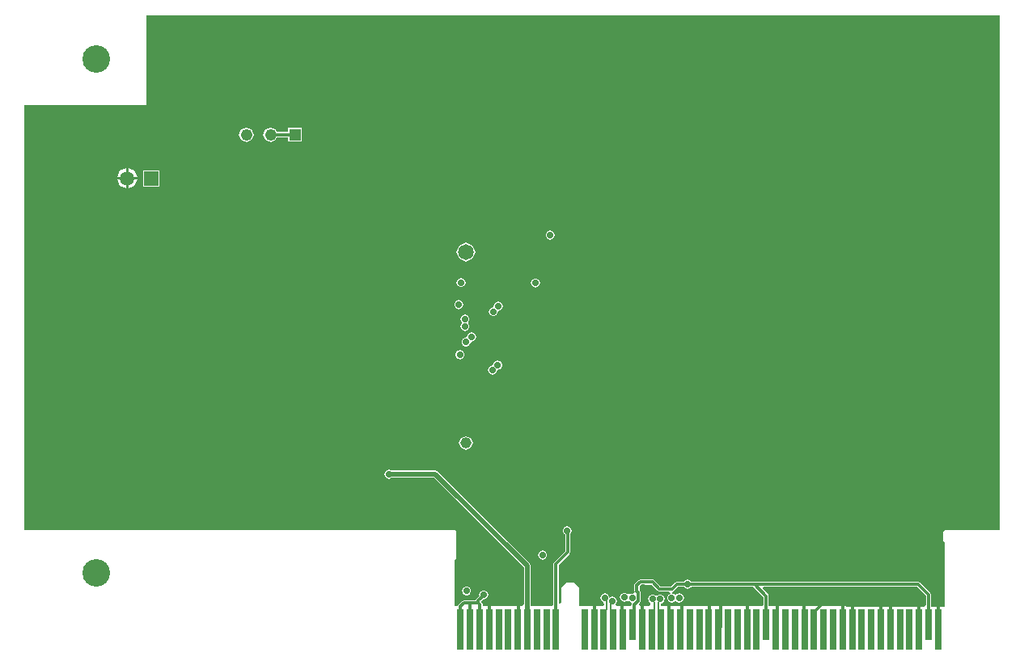
<source format=gtl>
G04*
G04 #@! TF.GenerationSoftware,Altium Limited,Altium Designer,20.0.13 (296)*
G04*
G04 Layer_Physical_Order=1*
G04 Layer_Color=255*
%FSLAX44Y44*%
%MOMM*%
G71*
G01*
G75*
%ADD10C,0.2000*%
%ADD13R,0.7000X4.2000*%
%ADD14R,0.7000X3.2000*%
%ADD15C,1.6500*%
%ADD16C,1.1500*%
%ADD17C,1.2180*%
%ADD18R,1.2180X1.2180*%
%ADD19R,1.5000X1.5000*%
%ADD20C,1.5000*%
%ADD21C,2.8800*%
%ADD22C,3.2000*%
%ADD23C,0.3000*%
%ADD24C,0.5000*%
%ADD25C,0.7000*%
G36*
X663017Y75127D02*
X664930Y74334D01*
X674050D01*
X675948Y72880D01*
X675948Y72880D01*
X675948D01*
X676156Y71834D01*
X676037Y71785D01*
X674056Y70964D01*
X672629Y67520D01*
X674056Y64076D01*
X677500Y62649D01*
X679583Y63512D01*
X681500Y63949D01*
X683417Y63512D01*
X685500Y62649D01*
X688944Y64076D01*
X690371Y67520D01*
X688944Y70964D01*
X685500Y72391D01*
X683417Y71528D01*
X681500Y71091D01*
X679583Y71528D01*
X678536Y71962D01*
X678385Y72024D01*
X678468Y73023D01*
X679602Y75053D01*
X679780Y75127D01*
X683937Y79284D01*
X690710D01*
X691016Y78546D01*
X694460Y77119D01*
X697904Y78546D01*
X698210Y79284D01*
X763139D01*
X773794Y68629D01*
Y60548D01*
X772026Y58780D01*
X665935Y58783D01*
Y61728D01*
X668924Y62966D01*
X670351Y66410D01*
X668924Y69854D01*
X665480Y71281D01*
X662036Y69854D01*
X660924Y69854D01*
X657480Y71281D01*
X654036Y69854D01*
X652609Y66410D01*
X654036Y62966D01*
X655053Y62545D01*
X655490Y61088D01*
X653737Y58783D01*
X644145Y58783D01*
X643110Y61283D01*
X644213Y62387D01*
X645006Y64300D01*
Y73733D01*
X644213Y75646D01*
X643896Y75964D01*
Y79694D01*
X645826Y81624D01*
X656520D01*
X663017Y75127D01*
D02*
G37*
G36*
X943794Y70069D02*
Y60545D01*
X942026Y58777D01*
X779206Y58780D01*
Y69750D01*
X778413Y71663D01*
X773102Y76974D01*
X774059Y79284D01*
X934579D01*
X943794Y70069D01*
D02*
G37*
G36*
X1020588Y138582D02*
X963000D01*
X962235Y138265D01*
X961918Y137500D01*
Y127500D01*
X962235Y126735D01*
X963000Y126418D01*
X963010Y126408D01*
X963000Y58777D01*
X949206Y58777D01*
Y71190D01*
X948413Y73103D01*
X937613Y83903D01*
X935700Y84696D01*
X698210D01*
X697904Y85434D01*
X694460Y86861D01*
X691016Y85434D01*
X690710Y84696D01*
X682816D01*
X680903Y83903D01*
X676745Y79746D01*
X666051D01*
X659554Y86243D01*
X657640Y87036D01*
X644705D01*
X642791Y86243D01*
X639277Y82729D01*
X638484Y80815D01*
Y74843D01*
X638817Y74040D01*
X636903Y72126D01*
X636213Y72412D01*
X634372Y71649D01*
X631651Y71686D01*
X628207Y73113D01*
X624763Y71686D01*
X623336Y68242D01*
X624763Y64798D01*
X628207Y63371D01*
X630048Y64134D01*
X632769Y64097D01*
X634489Y63385D01*
X635544Y62896D01*
X635592Y60655D01*
X633747Y58783D01*
X620122Y58783D01*
X619015Y61283D01*
X620201Y64146D01*
X618774Y67590D01*
X615330Y69017D01*
X612314Y67768D01*
X610944Y71074D01*
X607500Y72501D01*
X604056Y71074D01*
X602629Y67630D01*
X604056Y64186D01*
X606050Y63360D01*
X606525Y60660D01*
X604967Y58784D01*
X581090Y58784D01*
X581090Y78390D01*
X575510Y83970D01*
X567450Y83970D01*
X561890Y78410D01*
X561890Y62998D01*
X559390Y61328D01*
X559206Y61404D01*
Y102139D01*
X570723Y113657D01*
X571516Y115570D01*
Y134693D01*
X571764Y134796D01*
X573191Y138240D01*
X571764Y141684D01*
X568320Y143111D01*
X564876Y141684D01*
X563449Y138240D01*
X564876Y134796D01*
X566104Y134287D01*
Y116691D01*
X554587Y105173D01*
X553794Y103260D01*
Y60553D01*
X552026Y58785D01*
X530288Y58785D01*
Y101270D01*
X529179Y103949D01*
X529179Y103949D01*
X433069Y200059D01*
X430390Y201168D01*
X430390Y201168D01*
X384123D01*
X381510Y202251D01*
X378066Y200824D01*
X376639Y197380D01*
X378066Y193936D01*
X381510Y192509D01*
X384123Y193592D01*
X428821D01*
X522712Y99701D01*
Y60553D01*
X520944Y58785D01*
X479596Y58786D01*
Y60913D01*
X478803Y62826D01*
X477853Y63777D01*
X480126Y66050D01*
X480610Y65849D01*
X484054Y67276D01*
X485481Y70720D01*
X484054Y74164D01*
X480610Y75591D01*
X477166Y74164D01*
X475739Y70720D01*
X476150Y69728D01*
X473219Y66797D01*
X472631Y65376D01*
X460180D01*
X458267Y64583D01*
X454586Y60903D01*
X453794Y58990D01*
X453591Y58787D01*
X450000Y58787D01*
X450000Y107455D01*
X450209Y107664D01*
X450657Y107849D01*
X450657Y107850D01*
X450974Y107981D01*
X450974Y107981D01*
X451269Y108276D01*
X451269Y108276D01*
X451586Y109041D01*
X451586Y109041D01*
X451586Y109593D01*
X451586Y136948D01*
Y137202D01*
Y137202D01*
X451586Y137600D01*
X451586Y137600D01*
X451504Y137799D01*
Y138014D01*
X451504Y138014D01*
X451427Y138200D01*
X451286Y138341D01*
Y138341D01*
X451285Y138342D01*
X451275Y138352D01*
X451269Y138366D01*
X451269Y138366D01*
X451192Y138551D01*
X451051Y138693D01*
X450852Y138775D01*
X450700Y138927D01*
X450515Y139004D01*
X450514Y139004D01*
X450299Y139004D01*
X450101Y139086D01*
X450100Y139086D01*
X449094Y139086D01*
X0D01*
Y583918D01*
X127000D01*
X127765Y584235D01*
X128082Y585000D01*
Y677918D01*
X1020588D01*
Y138582D01*
D02*
G37*
%LPC*%
G36*
X257700Y560844D02*
X252274Y558596D01*
X250026Y553170D01*
X252274Y547743D01*
X257700Y545496D01*
X263126Y547743D01*
X264253Y550464D01*
X276010D01*
Y546080D01*
X290190D01*
Y560260D01*
X276010D01*
Y555876D01*
X264253D01*
X263126Y558596D01*
X257700Y560844D01*
D02*
G37*
G36*
X232300D02*
X226873Y558596D01*
X224626Y553170D01*
X226873Y547743D01*
X232300Y545496D01*
X237726Y547743D01*
X239974Y553170D01*
X237726Y558596D01*
X232300Y560844D01*
D02*
G37*
G36*
X108940Y517791D02*
Y508720D01*
X118011D01*
X115354Y515134D01*
X108940Y517791D01*
D02*
G37*
G36*
X106400Y517791D02*
X99986Y515134D01*
X97329Y508720D01*
X106400D01*
Y517791D01*
D02*
G37*
G36*
X141570Y515950D02*
X124570D01*
Y498950D01*
X141570D01*
Y515950D01*
D02*
G37*
G36*
X118011Y506180D02*
X108940D01*
Y497109D01*
X115354Y499766D01*
X118011Y506180D01*
D02*
G37*
G36*
X106400D02*
X97329D01*
X99986Y499766D01*
X106400Y497109D01*
Y506180D01*
D02*
G37*
G36*
X550450Y452901D02*
X547006Y451474D01*
X545579Y448030D01*
X547006Y444586D01*
X550450Y443159D01*
X553894Y444586D01*
X555321Y448030D01*
X553894Y451474D01*
X550450Y452901D01*
D02*
G37*
G36*
X462250Y440012D02*
X455170Y437080D01*
X452238Y430000D01*
X455170Y422920D01*
X462250Y419988D01*
X469330Y422920D01*
X472262Y430000D01*
X469330Y437080D01*
X462250Y440012D01*
D02*
G37*
G36*
X456960Y403021D02*
X453516Y401594D01*
X452089Y398150D01*
X453516Y394706D01*
X456960Y393279D01*
X460404Y394706D01*
X461831Y398150D01*
X460404Y401594D01*
X456960Y403021D01*
D02*
G37*
G36*
X534770Y402411D02*
X531326Y400984D01*
X529899Y397540D01*
X531326Y394096D01*
X534770Y392669D01*
X538214Y394096D01*
X539641Y397540D01*
X538214Y400984D01*
X534770Y402411D01*
D02*
G37*
G36*
X454810Y379801D02*
X451366Y378374D01*
X449939Y374930D01*
X451366Y371486D01*
X454810Y370059D01*
X458254Y371486D01*
X459681Y374930D01*
X458254Y378374D01*
X454810Y379801D01*
D02*
G37*
G36*
X496297Y378138D02*
X492853Y376711D01*
X491990Y374628D01*
X490943Y372963D01*
X489279Y371917D01*
X487196Y371054D01*
X485769Y367610D01*
X487196Y364166D01*
X490640Y362739D01*
X494084Y364166D01*
X494947Y366249D01*
X495993Y367914D01*
X497658Y368960D01*
X499741Y369823D01*
X501168Y373267D01*
X499741Y376711D01*
X496297Y378138D01*
D02*
G37*
G36*
X461040Y364971D02*
X457596Y363544D01*
X456169Y360100D01*
X457596Y356656D01*
X457596Y355544D01*
X456169Y352100D01*
X457596Y348656D01*
X461040Y347229D01*
X464484Y348656D01*
X465911Y352100D01*
X464484Y355544D01*
X464484Y356656D01*
X465911Y360100D01*
X464484Y363544D01*
X461040Y364971D01*
D02*
G37*
G36*
X468108Y346189D02*
X464664Y344762D01*
X463801Y342679D01*
X462755Y341015D01*
X461091Y339969D01*
X459007Y339106D01*
X457581Y335662D01*
X459007Y332217D01*
X462451Y330791D01*
X465896Y332217D01*
X466759Y334301D01*
X467805Y335965D01*
X469469Y337011D01*
X471553Y337874D01*
X472979Y341318D01*
X471553Y344762D01*
X468108Y346189D01*
D02*
G37*
G36*
X455830Y327181D02*
X452386Y325754D01*
X450959Y322310D01*
X452386Y318866D01*
X455830Y317439D01*
X459274Y318866D01*
X460701Y322310D01*
X459274Y325754D01*
X455830Y327181D01*
D02*
G37*
G36*
X495547Y316598D02*
X492103Y315171D01*
X491240Y313088D01*
X490193Y311423D01*
X488529Y310377D01*
X486446Y309514D01*
X485019Y306070D01*
X486446Y302626D01*
X489890Y301199D01*
X493334Y302626D01*
X494197Y304709D01*
X495243Y306374D01*
X496908Y307420D01*
X498991Y308283D01*
X500418Y311727D01*
X498991Y315171D01*
X495547Y316598D01*
D02*
G37*
G36*
X462250Y237306D02*
X457084Y235166D01*
X454944Y230000D01*
X457084Y224834D01*
X462250Y222694D01*
X467416Y224834D01*
X469556Y230000D01*
X467416Y235166D01*
X462250Y237306D01*
D02*
G37*
G36*
X542370Y117591D02*
X538926Y116164D01*
X537499Y112720D01*
X538926Y109276D01*
X542370Y107849D01*
X545814Y109276D01*
X547241Y112720D01*
X545814Y116164D01*
X542370Y117591D01*
D02*
G37*
G36*
X462760Y79771D02*
X459316Y78344D01*
X457889Y74900D01*
X459316Y71456D01*
X462760Y70029D01*
X466204Y71456D01*
X467631Y74900D01*
X466204Y78344D01*
X462760Y79771D01*
D02*
G37*
%LPD*%
D10*
X615330Y64146D02*
Y66107D01*
X615500Y66277D01*
X615500Y66277D01*
X607500D02*
Y67630D01*
X609230Y59880D02*
X609230Y59881D01*
X613770Y58000D02*
X613770Y58000D01*
X609230Y56172D02*
Y59880D01*
X613770Y64547D02*
X615500Y66277D01*
X607500D02*
X609230Y64547D01*
X613770Y56172D02*
Y58000D01*
X609230Y59881D02*
Y64547D01*
X613770Y58000D02*
Y64547D01*
X663770Y58000D02*
Y63327D01*
X664000Y37500D02*
Y55942D01*
Y37500D02*
X666500Y35000D01*
X663770Y58000D02*
X663770Y58000D01*
X663770Y56172D02*
X664000Y55942D01*
X663770Y56172D02*
Y58000D01*
X659230Y59881D02*
Y63327D01*
X659230Y56172D02*
Y59880D01*
X659230Y59881D01*
X659000Y55942D02*
X659230Y56172D01*
X659000Y37500D02*
Y55942D01*
X656500Y35000D02*
X659000Y37500D01*
X614000D02*
Y55942D01*
X613770Y56172D02*
X614000Y55942D01*
X609000Y55942D02*
X609230Y56172D01*
X609000Y37500D02*
Y55942D01*
X606500Y35000D02*
X609000Y37500D01*
X614000D02*
X616500Y35000D01*
D13*
X736500D02*
D03*
X716500D02*
D03*
X686500D02*
D03*
X756500D02*
D03*
X706500D02*
D03*
X726500D02*
D03*
X746500D02*
D03*
X766500D02*
D03*
X696500D02*
D03*
X656500D02*
D03*
X666500D02*
D03*
X676500D02*
D03*
X786500D02*
D03*
X456500D02*
D03*
X466500D02*
D03*
X536500D02*
D03*
X506500D02*
D03*
X476500D02*
D03*
X526500D02*
D03*
X486500D02*
D03*
X496500D02*
D03*
X516500D02*
D03*
X546500D02*
D03*
X556500D02*
D03*
X596500D02*
D03*
X646500D02*
D03*
X606500D02*
D03*
X626500D02*
D03*
X616500D02*
D03*
X586500D02*
D03*
X826500D02*
D03*
X896500D02*
D03*
X916500D02*
D03*
X836500D02*
D03*
X816500D02*
D03*
X796500D02*
D03*
X866500D02*
D03*
X806500D02*
D03*
X876500D02*
D03*
X886500D02*
D03*
X926500D02*
D03*
X956500D02*
D03*
X936500D02*
D03*
X906500D02*
D03*
X846500D02*
D03*
X856500D02*
D03*
D14*
X776500Y40000D02*
D03*
X636500D02*
D03*
X946500D02*
D03*
D15*
X462250Y430000D02*
D03*
D16*
Y230000D02*
D03*
D17*
X232300Y553170D02*
D03*
X257700D02*
D03*
D18*
X283100D02*
D03*
D19*
X133070Y507450D02*
D03*
D20*
X107670D02*
D03*
D21*
X75000Y93500D02*
D03*
Y632500D02*
D03*
D22*
X206520Y330520D02*
D03*
X756520D02*
D03*
D23*
X619790Y68172D02*
X625694Y62267D01*
Y35806D02*
Y62267D01*
X619790Y68172D02*
Y79920D01*
X852500Y63290D02*
X856500Y59290D01*
X852500Y63290D02*
Y63290D01*
X856500Y35000D02*
Y59290D01*
X848130Y67660D02*
X852500Y63290D01*
X841124Y67660D02*
X848130D01*
X257700Y553170D02*
X283100D01*
X625694Y35806D02*
X626500Y35000D01*
X674500Y37000D02*
X676500Y35000D01*
X674500Y37000D02*
Y59950D01*
X672070Y62380D02*
X674500Y59950D01*
X686500Y35000D02*
X688500Y37000D01*
Y59830D01*
X694310Y65640D01*
X596500Y35000D02*
Y72330D01*
X595360Y73470D02*
X596500Y72330D01*
X494990Y66410D02*
X515633D01*
X516500Y35000D02*
X517390Y35890D01*
Y64653D01*
X515633Y66410D02*
X517390Y64653D01*
X486500Y63820D02*
X490797Y68117D01*
X493283D01*
X494990Y66410D01*
X486500Y35000D02*
Y63820D01*
X480610Y70361D02*
Y70720D01*
X475133Y64884D02*
X480610Y70361D01*
X475133Y62670D02*
Y64884D01*
X467656Y62670D02*
X475133D01*
X460180D02*
X467656D01*
X466500Y35000D02*
Y61514D01*
X467656Y62670D01*
X476500Y35000D02*
X476890Y35390D01*
Y60913D01*
X475133Y62670D02*
X476890Y60913D01*
X456500Y58990D02*
X460180Y62670D01*
X456500Y35000D02*
Y58990D01*
X568320Y138240D02*
X568810Y137750D01*
Y115570D02*
Y137750D01*
X556500Y35000D02*
Y103260D01*
X568810Y115570D01*
X677866Y77040D02*
X682816Y81990D01*
X664930Y77040D02*
X677866D01*
X657640Y84330D02*
X664930Y77040D01*
X644705Y84330D02*
X657640D01*
X682816Y81990D02*
X764260D01*
X641190Y80815D02*
X644705Y84330D01*
X641190Y74843D02*
Y80815D01*
X638500Y60500D02*
X642300Y64300D01*
Y73733D01*
X641190Y74843D02*
X642300Y73733D01*
X646500Y35000D02*
X646845Y35345D01*
Y77985D01*
X647190Y78330D01*
X638500Y42000D02*
Y60500D01*
X716500Y35000D02*
X716720Y35220D01*
Y68480D01*
X716940Y68700D01*
X726500Y35000D02*
X728500Y37000D01*
Y60480D01*
X736890Y68870D01*
X756500Y35000D02*
X756840Y35340D01*
Y68710D01*
X757180Y69050D01*
X786500Y35000D02*
X787805Y36305D01*
Y66715D01*
X788570Y67480D01*
X816405Y35095D02*
X816500Y35000D01*
X816405Y35095D02*
Y67565D01*
X816310Y67660D02*
X816405Y67565D01*
X826500Y35000D02*
Y52500D01*
X830500Y56500D01*
Y57035D01*
X841124Y67660D01*
X866500Y35000D02*
Y64938D01*
X868560Y66998D01*
Y68080D01*
X896500Y35000D02*
Y59450D01*
X887260Y68690D02*
X896500Y59450D01*
X906500Y35000D02*
X906530Y35030D01*
Y68660D01*
X906560Y68690D01*
X936500Y35000D02*
Y63228D01*
X932040Y67688D02*
X936500Y63228D01*
X932040Y67688D02*
Y68770D01*
X956500Y35000D02*
Y74980D01*
X933750Y97730D02*
X956500Y74980D01*
X935700Y81990D02*
X946500Y71190D01*
X764260Y81990D02*
X935700D01*
X946500Y40000D02*
Y71190D01*
X776500Y40000D02*
Y69750D01*
X764260Y81990D02*
X776500Y69750D01*
X636500Y40000D02*
X638500Y42000D01*
D24*
X381510Y197380D02*
X430390D01*
X526500Y101270D01*
Y35000D02*
Y101270D01*
D25*
X619790Y79920D02*
D03*
X615330Y64146D02*
D03*
X636213Y67541D02*
D03*
X628207Y68242D02*
D03*
X607500Y67630D02*
D03*
X480610Y70720D02*
D03*
X381510Y197380D02*
D03*
X462760Y74900D02*
D03*
X454810Y374930D02*
D03*
X455830Y322310D02*
D03*
X542370Y112720D02*
D03*
X568320Y138240D02*
D03*
X669790Y83040D02*
D03*
X657480Y66410D02*
D03*
X665480D02*
D03*
X647190Y78330D02*
D03*
X716940Y68700D02*
D03*
X736890Y68870D02*
D03*
X757180Y69050D02*
D03*
X788570Y67480D02*
D03*
X816310Y67660D02*
D03*
X841460D02*
D03*
X868560Y68080D02*
D03*
X887260Y68690D02*
D03*
X906560D02*
D03*
X932040Y68770D02*
D03*
X933750Y97730D02*
D03*
X694460Y81990D02*
D03*
X534770Y397540D02*
D03*
X456960Y398150D02*
D03*
X550450Y448030D02*
D03*
X461040Y352100D02*
D03*
Y360100D02*
D03*
X490640Y367610D02*
D03*
X496297Y373267D02*
D03*
X468108Y341318D02*
D03*
X462451Y335662D02*
D03*
X685500Y67520D02*
D03*
X677500D02*
D03*
X495547Y311727D02*
D03*
X489890Y306070D02*
D03*
M02*

</source>
